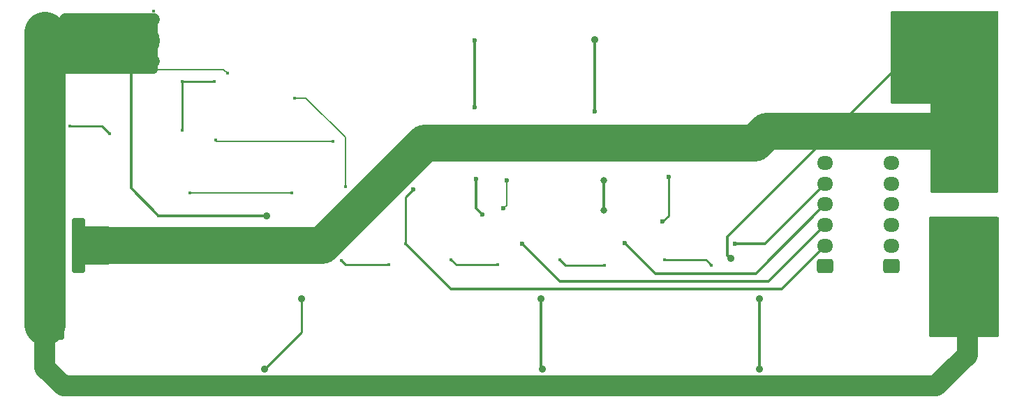
<source format=gbr>
%TF.GenerationSoftware,KiCad,Pcbnew,9.0.6*%
%TF.CreationDate,2025-12-01T22:48:10+01:00*%
%TF.ProjectId,Robobuoy_BMS_S6_V1_0,526f626f-6275-46f7-995f-424d535f5336,rev?*%
%TF.SameCoordinates,Original*%
%TF.FileFunction,Copper,L4,Bot*%
%TF.FilePolarity,Positive*%
%FSLAX46Y46*%
G04 Gerber Fmt 4.6, Leading zero omitted, Abs format (unit mm)*
G04 Created by KiCad (PCBNEW 9.0.6) date 2025-12-01 22:48:10*
%MOMM*%
%LPD*%
G01*
G04 APERTURE LIST*
G04 Aperture macros list*
%AMRoundRect*
0 Rectangle with rounded corners*
0 $1 Rounding radius*
0 $2 $3 $4 $5 $6 $7 $8 $9 X,Y pos of 4 corners*
0 Add a 4 corners polygon primitive as box body*
4,1,4,$2,$3,$4,$5,$6,$7,$8,$9,$2,$3,0*
0 Add four circle primitives for the rounded corners*
1,1,$1+$1,$2,$3*
1,1,$1+$1,$4,$5*
1,1,$1+$1,$6,$7*
1,1,$1+$1,$8,$9*
0 Add four rect primitives between the rounded corners*
20,1,$1+$1,$2,$3,$4,$5,0*
20,1,$1+$1,$4,$5,$6,$7,0*
20,1,$1+$1,$6,$7,$8,$9,0*
20,1,$1+$1,$8,$9,$2,$3,0*%
G04 Aperture macros list end*
%TA.AperFunction,ComponentPad*%
%ADD10RoundRect,0.250000X0.725000X-0.600000X0.725000X0.600000X-0.725000X0.600000X-0.725000X-0.600000X0*%
%TD*%
%TA.AperFunction,ComponentPad*%
%ADD11O,1.950000X1.700000*%
%TD*%
%TA.AperFunction,ViaPad*%
%ADD12C,0.450000*%
%TD*%
%TA.AperFunction,ViaPad*%
%ADD13C,0.900000*%
%TD*%
%TA.AperFunction,ViaPad*%
%ADD14C,0.600000*%
%TD*%
%TA.AperFunction,ViaPad*%
%ADD15C,0.800000*%
%TD*%
%TA.AperFunction,Conductor*%
%ADD16C,0.250000*%
%TD*%
%TA.AperFunction,Conductor*%
%ADD17C,0.300000*%
%TD*%
%TA.AperFunction,Conductor*%
%ADD18C,1.500000*%
%TD*%
%TA.AperFunction,Conductor*%
%ADD19C,0.200000*%
%TD*%
%TA.AperFunction,Conductor*%
%ADD20C,1.000000*%
%TD*%
%TA.AperFunction,Conductor*%
%ADD21C,0.700000*%
%TD*%
%TA.AperFunction,Conductor*%
%ADD22C,2.500000*%
%TD*%
%TA.AperFunction,Conductor*%
%ADD23C,0.600000*%
%TD*%
%TA.AperFunction,Conductor*%
%ADD24C,5.000000*%
%TD*%
%TA.AperFunction,Conductor*%
%ADD25C,4.500000*%
%TD*%
G04 APERTURE END LIST*
D10*
%TO.P,J102,1,Pin_1*%
%TO.N,VBATT-*%
X156000000Y-127500000D03*
D11*
%TO.P,J102,2,Pin_2*%
%TO.N,/B1*%
X156000000Y-125000000D03*
%TO.P,J102,3,Pin_3*%
%TO.N,/B2*%
X156000000Y-122500000D03*
%TO.P,J102,4,Pin_4*%
%TO.N,/B3*%
X156000000Y-120000000D03*
%TO.P,J102,5,Pin_5*%
%TO.N,/B4*%
X156000000Y-117500000D03*
%TO.P,J102,6,Pin_6*%
%TO.N,/B5*%
X156000000Y-115000000D03*
%TO.P,J102,7,Pin_7*%
%TO.N,VBATT+*%
X156000000Y-112500000D03*
%TD*%
D10*
%TO.P,J101,1,Pin_1*%
%TO.N,VBATT-*%
X148000000Y-127500000D03*
D11*
%TO.P,J101,2,Pin_2*%
%TO.N,/B1*%
X148000000Y-125000000D03*
%TO.P,J101,3,Pin_3*%
%TO.N,/B2*%
X148000000Y-122500000D03*
%TO.P,J101,4,Pin_4*%
%TO.N,/B3*%
X148000000Y-120000000D03*
%TO.P,J101,5,Pin_5*%
%TO.N,/B4*%
X148000000Y-117500000D03*
%TO.P,J101,6,Pin_6*%
%TO.N,/B5*%
X148000000Y-115000000D03*
%TO.P,J101,7,Pin_7*%
%TO.N,VBATT+*%
X148000000Y-112500000D03*
%TD*%
D12*
%TO.N,VBATT-*%
X54356000Y-99060000D03*
X54356000Y-100076000D03*
X163576000Y-121920000D03*
X62992000Y-103632000D03*
X55372000Y-133096000D03*
X64008000Y-100584000D03*
X66548000Y-100584000D03*
X168656000Y-135636000D03*
X53340000Y-99060000D03*
X55880000Y-97536000D03*
X52324000Y-133096000D03*
X54356000Y-133096000D03*
X168656000Y-121920000D03*
X66548000Y-101600000D03*
X58928000Y-97536000D03*
X52324000Y-102108000D03*
X60960000Y-97536000D03*
X75441445Y-104079000D03*
X64008000Y-103632000D03*
X57912000Y-97536000D03*
X66548000Y-98552000D03*
X167640000Y-135636000D03*
X168656000Y-130556000D03*
X168656000Y-128016000D03*
X55880000Y-102616000D03*
X166624000Y-129540000D03*
X166624000Y-128016000D03*
X55372000Y-136144000D03*
X64008000Y-99568000D03*
X53340000Y-133096000D03*
X59944000Y-97536000D03*
X163576000Y-128016000D03*
X55372000Y-102108000D03*
X162560000Y-135636000D03*
X168656000Y-133604000D03*
X66548000Y-97536000D03*
X52324000Y-101092000D03*
X163576000Y-135636000D03*
X62992000Y-97536000D03*
X163576000Y-129540000D03*
X52324000Y-132080000D03*
X64008000Y-102616000D03*
X55372000Y-99060000D03*
X55372000Y-98044000D03*
X168656000Y-129540000D03*
X66548000Y-96520000D03*
X168656000Y-123952000D03*
X54356000Y-102108000D03*
X162560000Y-129540000D03*
X57912000Y-103632000D03*
X53340000Y-132080000D03*
X66548000Y-99568000D03*
X64008000Y-98552000D03*
X164592000Y-121920000D03*
X168656000Y-124968000D03*
X55372000Y-101092000D03*
X54356000Y-136144000D03*
X161544000Y-131572000D03*
X161544000Y-123952000D03*
X168656000Y-122936000D03*
X54356000Y-98044000D03*
X168656000Y-131572000D03*
X165100000Y-124968000D03*
D13*
X80238600Y-121361200D03*
D12*
X55880000Y-103632000D03*
X66548000Y-103632000D03*
X161544000Y-125984000D03*
X168656000Y-127000000D03*
X53340000Y-135128000D03*
X58928000Y-103632000D03*
X52324000Y-136144000D03*
X55372000Y-100076000D03*
X165608000Y-121920000D03*
X54356000Y-132080000D03*
X56896000Y-97536000D03*
X67132200Y-121361200D03*
X167640000Y-129540000D03*
X161544000Y-124968000D03*
X66548000Y-102616000D03*
X53340000Y-101092000D03*
X161544000Y-121920000D03*
X166624000Y-135636000D03*
X161544000Y-122936000D03*
X52324000Y-135128000D03*
X166624000Y-121920000D03*
X54356000Y-135128000D03*
D13*
X59944000Y-99822000D03*
D12*
X168656000Y-125984000D03*
X56896000Y-103632000D03*
X55372000Y-135128000D03*
X165100000Y-131572000D03*
X61976000Y-97536000D03*
X52324000Y-98044000D03*
X161544000Y-128016000D03*
X161544000Y-132588000D03*
X162560000Y-121920000D03*
X167640000Y-128016000D03*
X54356000Y-101092000D03*
X53340000Y-102108000D03*
X161544000Y-129540000D03*
X53340000Y-136144000D03*
X53340000Y-100076000D03*
X53340000Y-98044000D03*
X167640000Y-121920000D03*
X168656000Y-134620000D03*
X162560000Y-128016000D03*
X52324000Y-99060000D03*
X52324000Y-100076000D03*
X161544000Y-127000000D03*
X64008000Y-101600000D03*
X55372000Y-132080000D03*
X60960000Y-103632000D03*
X61976000Y-103632000D03*
X161544000Y-130556000D03*
X59944000Y-103632000D03*
X64008000Y-97536000D03*
X168656000Y-132588000D03*
%TO.N,VBATT+*%
X161544000Y-115824000D03*
X162560000Y-97028000D03*
X156464000Y-103124000D03*
X163576000Y-117856000D03*
X161544000Y-114808000D03*
X161544000Y-112776000D03*
X156464000Y-101092000D03*
X156464000Y-102108000D03*
X166624000Y-104648000D03*
X164084000Y-103632000D03*
X168656000Y-117856000D03*
X159512000Y-107188000D03*
X156464000Y-99060000D03*
X161544000Y-108712000D03*
X157480000Y-97028000D03*
X57912000Y-128016000D03*
X167640000Y-117856000D03*
X160528000Y-107188000D03*
X59944000Y-123952000D03*
X163576000Y-102108000D03*
X158496000Y-107188000D03*
X156464000Y-107188000D03*
X157480000Y-107188000D03*
X163576000Y-97028000D03*
X57912000Y-121920000D03*
X156464000Y-97028000D03*
X161544000Y-113792000D03*
X56896000Y-125984000D03*
X168656000Y-105664000D03*
X163576000Y-100076000D03*
X165000000Y-107500000D03*
X166624000Y-117856000D03*
X161544000Y-116840000D03*
X56896000Y-121920000D03*
X59944000Y-122936000D03*
X57912000Y-123952000D03*
X168656000Y-106680000D03*
X164592000Y-104140000D03*
X163576000Y-103124000D03*
X56896000Y-123952000D03*
X58928000Y-125984000D03*
X60960000Y-127000000D03*
X58928000Y-122936000D03*
X161544000Y-109728000D03*
X167640000Y-110744000D03*
X165000000Y-107500000D03*
X162560000Y-111760000D03*
X156464000Y-98044000D03*
X163576000Y-101092000D03*
X162560000Y-117856000D03*
X165000000Y-107500000D03*
X161544000Y-97028000D03*
X161544000Y-117856000D03*
X168656000Y-107696000D03*
X165608000Y-117856000D03*
X59944000Y-127000000D03*
X163576000Y-98044000D03*
X158496000Y-97028000D03*
X168656000Y-116840000D03*
X165000000Y-107500000D03*
X57912000Y-127000000D03*
X56896000Y-127000000D03*
X161544000Y-107696000D03*
D13*
X160020000Y-100076000D03*
D12*
X165000000Y-107500000D03*
X57912000Y-122936000D03*
X60960000Y-125984000D03*
D13*
X136486064Y-126556336D03*
D12*
X163576000Y-99060000D03*
X57912000Y-125984000D03*
X156464000Y-100076000D03*
X162560000Y-110744000D03*
X58928000Y-127000000D03*
X168656000Y-114808000D03*
X60960000Y-122936000D03*
X56896000Y-122936000D03*
X167640000Y-111760000D03*
X164592000Y-117856000D03*
X168656000Y-113792000D03*
X56896000Y-128016000D03*
X167640000Y-104648000D03*
X168656000Y-104648000D03*
X168656000Y-109728000D03*
X165608000Y-104648000D03*
X160528000Y-97028000D03*
X159512000Y-97028000D03*
X58928000Y-123952000D03*
X168656000Y-108712000D03*
X168656000Y-112776000D03*
X168656000Y-115824000D03*
X59944000Y-125984000D03*
X165100000Y-114808000D03*
X60960000Y-123952000D03*
%TO.N,/Curren-Overcharge-Protection/OC*%
X83616800Y-107086400D03*
X89763600Y-117856000D03*
%TO.N,Net-(Q209-G)*%
X83261200Y-118567200D03*
X70910800Y-118612000D03*
D13*
%TO.N,/B5*%
X140000000Y-140000000D03*
D14*
X128230203Y-122083939D03*
X128981400Y-116636600D03*
D13*
X140004800Y-131445000D03*
D12*
X134169557Y-127426917D03*
X128524000Y-126746000D03*
%TO.N,/B4*%
X115773200Y-126720600D03*
D14*
X137007600Y-124764800D03*
D13*
X120000000Y-99999998D03*
D14*
X120040400Y-108712000D03*
D15*
X121158000Y-117094000D03*
X121158000Y-120700800D03*
D12*
X121234200Y-127381000D03*
D13*
%TO.N,/B3*%
X113665000Y-140000000D03*
X113538000Y-131445000D03*
D14*
X109372400Y-117094000D03*
D12*
X108238000Y-127355600D03*
X102610000Y-126736000D03*
D14*
X108966000Y-120497600D03*
X123672600Y-124714000D03*
%TO.N,/B2*%
X105613200Y-116941600D03*
D12*
X89255600Y-126796800D03*
D14*
X105460800Y-100025200D03*
X111188500Y-124828300D03*
D12*
X95030000Y-127330200D03*
D14*
X106349800Y-121234200D03*
X105460800Y-108204000D03*
D13*
%TO.N,/B1*%
X84480400Y-131470400D03*
D14*
X98044000Y-118160800D03*
D13*
X80000002Y-140000000D03*
D12*
X97078800Y-124764800D03*
%TO.N,Net-(D108-K)*%
X73891073Y-105029000D03*
X69951600Y-110998000D03*
X69951600Y-105029000D03*
%TO.N,/Curren-Overcharge-Protection/Vtrip*%
X74022570Y-112210799D03*
X88290400Y-112318800D03*
%TO.N,Net-(Q205-G)*%
X56362600Y-110439200D03*
X61214000Y-111404400D03*
%TD*%
D16*
%TO.N,/B1*%
X97078800Y-124764800D02*
X97078800Y-119126000D01*
X97078800Y-119126000D02*
X98044000Y-118160800D01*
D17*
%TO.N,/B3*%
X113538000Y-139873000D02*
X113665000Y-140000000D01*
X113538000Y-131445000D02*
X113538000Y-139873000D01*
%TO.N,VBATT-*%
X80238600Y-121361200D02*
X67132200Y-121361200D01*
D18*
X66548000Y-97536000D02*
X64008000Y-97536000D01*
D19*
X74994445Y-103632000D02*
X75441445Y-104079000D01*
D18*
X64008000Y-102616000D02*
X55880000Y-102616000D01*
D20*
X66548000Y-103632000D02*
X66548000Y-97536000D01*
D21*
X55880000Y-97536000D02*
X55372000Y-98044000D01*
D22*
X161442400Y-142087600D02*
X163474400Y-140055600D01*
D21*
X55372000Y-136144000D02*
X55372000Y-132080000D01*
D23*
X56896000Y-97536000D02*
X52832000Y-97536000D01*
D22*
X61315600Y-142087600D02*
X161442400Y-142087600D01*
D18*
X66548000Y-102616000D02*
X64008000Y-102616000D01*
D21*
X55372000Y-136144000D02*
X54356000Y-135128000D01*
D24*
X53340000Y-99060000D02*
X53340000Y-119888000D01*
D22*
X163474400Y-140055600D02*
X165201600Y-138328400D01*
D25*
X53340000Y-100076000D02*
X65024000Y-100076000D01*
D24*
X53340000Y-129032000D02*
X53340000Y-134620000D01*
D23*
X52832000Y-97536000D02*
X52324000Y-98044000D01*
D17*
X63804800Y-118033800D02*
X63804800Y-102438200D01*
X61188600Y-99822000D02*
X59944000Y-99822000D01*
D22*
X53340000Y-134620000D02*
X53340000Y-139852400D01*
D20*
X66548000Y-98552000D02*
X64008000Y-98552000D01*
D17*
X67132200Y-121361200D02*
X63804800Y-118033800D01*
D22*
X165201600Y-138328400D02*
X165201600Y-122834400D01*
X55575200Y-142087600D02*
X61315600Y-142087600D01*
D21*
X55372000Y-136144000D02*
X52324000Y-136144000D01*
D24*
X53340000Y-119888000D02*
X53340000Y-129032000D01*
D20*
X66548000Y-103632000D02*
X64008000Y-103632000D01*
D22*
X53340000Y-139852400D02*
X55575200Y-142087600D01*
D18*
X64008000Y-97536000D02*
X55880000Y-97536000D01*
D20*
X64008000Y-103632000D02*
X55880000Y-103632000D01*
D19*
X66548000Y-103632000D02*
X74994445Y-103632000D01*
D17*
X63804800Y-102438200D02*
X61188600Y-99822000D01*
D23*
%TO.N,VBATT+*%
X57912000Y-127000000D02*
X60960000Y-127000000D01*
X56896000Y-122936000D02*
X57912000Y-122936000D01*
X56896000Y-128016000D02*
X57912000Y-128016000D01*
X56896000Y-122936000D02*
X58928000Y-124968000D01*
X56896000Y-121920000D02*
X56896000Y-128016000D01*
D25*
X86918800Y-124968000D02*
X99364800Y-112522000D01*
D23*
X56896000Y-128016000D02*
X57912000Y-127000000D01*
D25*
X99364800Y-112522000D02*
X139395200Y-112522000D01*
D23*
X56896000Y-127000000D02*
X58928000Y-124968000D01*
X57912000Y-122936000D02*
X60960000Y-122936000D01*
D25*
X140868400Y-111048800D02*
X166319200Y-111048800D01*
D23*
X57912000Y-121920000D02*
X57912000Y-128016000D01*
D17*
X160020000Y-100076000D02*
X136144000Y-123952000D01*
D23*
X56896000Y-127000000D02*
X57912000Y-127000000D01*
D25*
X139395200Y-112522000D02*
X140868400Y-111048800D01*
D17*
X136144000Y-123952000D02*
X136144000Y-126214273D01*
D23*
X56896000Y-121920000D02*
X57912000Y-122936000D01*
D17*
X136144000Y-126214273D02*
X136486064Y-126556336D01*
D25*
X58928000Y-124968000D02*
X86918800Y-124968000D01*
D23*
X56896000Y-121920000D02*
X57912000Y-121920000D01*
D19*
%TO.N,/Curren-Overcharge-Protection/OC*%
X84988400Y-107086400D02*
X89763600Y-111861600D01*
X89763600Y-111861600D02*
X89763600Y-117856000D01*
X83616800Y-107086400D02*
X84988400Y-107086400D01*
%TO.N,Net-(Q209-G)*%
X70910800Y-118612000D02*
X83216400Y-118612000D01*
X83216400Y-118612000D02*
X83261200Y-118567200D01*
D16*
%TO.N,/B5*%
X133869640Y-127127000D02*
X134169557Y-127426917D01*
X128230203Y-122112197D02*
X128230203Y-122083939D01*
X133502400Y-126746000D02*
X133869640Y-127113240D01*
X128981400Y-121361000D02*
X128230203Y-122112197D01*
X128981400Y-116636600D02*
X128981400Y-121361000D01*
D17*
X140000000Y-140000000D02*
X140000000Y-131449800D01*
X140000000Y-131449800D02*
X140004800Y-131445000D01*
D16*
X133869640Y-127113240D02*
X133869640Y-127127000D01*
X128524000Y-126746000D02*
X133502400Y-126746000D01*
D17*
%TO.N,/B4*%
X137058400Y-124815600D02*
X140665200Y-124815600D01*
X137007600Y-124764800D02*
X137058400Y-124815600D01*
X140665200Y-124815600D02*
X147980800Y-117500000D01*
D16*
X120000000Y-108671600D02*
X120040400Y-108712000D01*
X121234200Y-127381000D02*
X116433600Y-127381000D01*
D17*
X121158000Y-117094000D02*
X121158000Y-120700800D01*
D16*
X116433600Y-127381000D02*
X115773200Y-126720600D01*
D17*
X147980800Y-117500000D02*
X148000000Y-117500000D01*
X120000000Y-99999998D02*
X120000000Y-108671600D01*
D16*
%TO.N,/B3*%
X108238000Y-127355600D02*
X103229600Y-127355600D01*
D17*
X139547600Y-128422400D02*
X147970000Y-120000000D01*
D16*
X103229600Y-127355600D02*
X102610000Y-126736000D01*
D17*
X127381000Y-128422400D02*
X139547600Y-128422400D01*
X147970000Y-120000000D02*
X148000000Y-120000000D01*
X123672600Y-124714000D02*
X127381000Y-128422400D01*
D19*
X109372400Y-120091200D02*
X108966000Y-120497600D01*
X109372400Y-117094000D02*
X109372400Y-120091200D01*
D16*
%TO.N,/B2*%
X89789000Y-127330200D02*
X89255600Y-126796800D01*
D17*
X148000000Y-122510000D02*
X148000000Y-122500000D01*
X105613200Y-116941600D02*
X105613200Y-120497600D01*
X105460800Y-100025200D02*
X105460800Y-108204000D01*
X111188500Y-124828300D02*
X115747800Y-129387600D01*
X141122400Y-129387600D02*
X148000000Y-122510000D01*
X115747800Y-129387600D02*
X141122400Y-129387600D01*
D16*
X95030000Y-127330200D02*
X89789000Y-127330200D01*
D17*
X105613200Y-120497600D02*
X106349800Y-121234200D01*
D16*
%TO.N,/B1*%
X84480400Y-135519602D02*
X80000002Y-140000000D01*
D17*
X97078800Y-124764800D02*
X102616000Y-130302000D01*
X142697200Y-130302000D02*
X147999200Y-125000000D01*
D16*
X84480400Y-131470400D02*
X84480400Y-135519602D01*
D17*
X102616000Y-130302000D02*
X142697200Y-130302000D01*
X147999200Y-125000000D02*
X148000000Y-125000000D01*
D16*
%TO.N,Net-(D108-K)*%
X69951600Y-105029000D02*
X69951600Y-110998000D01*
X73891073Y-105029000D02*
X69951600Y-105029000D01*
D19*
%TO.N,/Curren-Overcharge-Protection/Vtrip*%
X88290400Y-112318800D02*
X74130571Y-112318800D01*
X74130571Y-112318800D02*
X74022570Y-112210799D01*
D16*
%TO.N,Net-(Q205-G)*%
X61188600Y-111404400D02*
X61214000Y-111404400D01*
X60223400Y-110439200D02*
X61188600Y-111404400D01*
X56362600Y-110439200D02*
X60223400Y-110439200D01*
%TD*%
%TA.AperFunction,Conductor*%
%TO.N,VBATT+*%
G36*
X168903839Y-96488885D02*
G01*
X168949594Y-96541689D01*
X168960800Y-96593200D01*
X168960800Y-118443200D01*
X168941115Y-118510239D01*
X168888311Y-118555994D01*
X168836800Y-118567200D01*
X160855200Y-118567200D01*
X160788161Y-118547515D01*
X160742406Y-118494711D01*
X160731200Y-118443200D01*
X160731200Y-107797600D01*
X156080000Y-107797600D01*
X156012961Y-107777915D01*
X155967206Y-107725111D01*
X155956000Y-107673600D01*
X155956000Y-96593200D01*
X155975685Y-96526161D01*
X156028489Y-96480406D01*
X156080000Y-96469200D01*
X168836800Y-96469200D01*
X168903839Y-96488885D01*
G37*
%TD.AperFunction*%
%TD*%
%TA.AperFunction,Conductor*%
%TO.N,VBATT-*%
G36*
X168954639Y-121533285D02*
G01*
X169000394Y-121586089D01*
X169011600Y-121637600D01*
X169011600Y-135969200D01*
X168991915Y-136036239D01*
X168939111Y-136081994D01*
X168887600Y-136093200D01*
X160702800Y-136093200D01*
X160635761Y-136073515D01*
X160590006Y-136020711D01*
X160578800Y-135969200D01*
X160578800Y-121637600D01*
X160598485Y-121570561D01*
X160651289Y-121524806D01*
X160702800Y-121513600D01*
X168887600Y-121513600D01*
X168954639Y-121533285D01*
G37*
%TD.AperFunction*%
%TD*%
M02*

</source>
